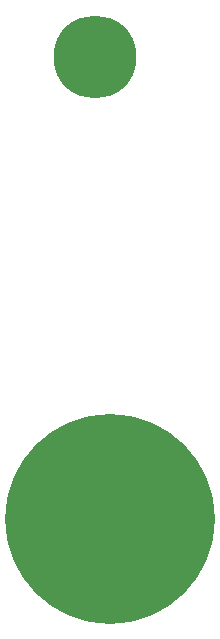
<source format=gbr>
G04 #@! TF.FileFunction,Paste,Bot*
%FSLAX46Y46*%
G04 Gerber Fmt 4.6, Leading zero omitted, Abs format (unit mm)*
G04 Created by KiCad (PCBNEW 4.0.7) date 09/18/18 22:56:12*
%MOMM*%
%LPD*%
G01*
G04 APERTURE LIST*
%ADD10C,0.100000*%
%ADD11C,17.780000*%
%ADD12C,7.000000*%
G04 APERTURE END LIST*
D10*
D11*
X68580000Y-128524000D03*
D12*
X67310000Y-89408000D03*
M02*

</source>
